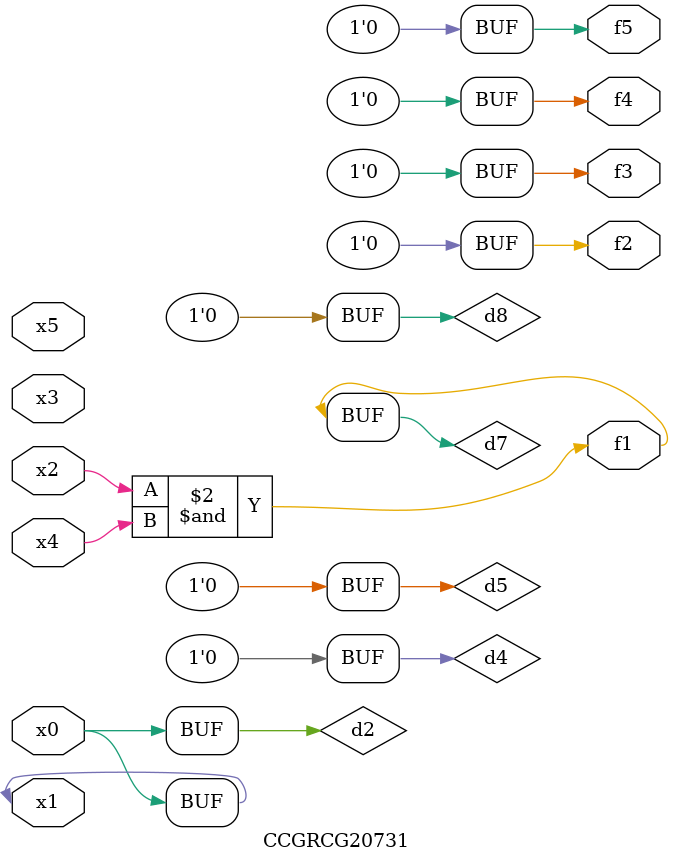
<source format=v>
module CCGRCG20731(
	input x0, x1, x2, x3, x4, x5,
	output f1, f2, f3, f4, f5
);

	wire d1, d2, d3, d4, d5, d6, d7, d8, d9;

	nand (d1, x1);
	buf (d2, x0, x1);
	nand (d3, x2, x4);
	and (d4, d1, d2);
	and (d5, d1, d2);
	nand (d6, d1, d3);
	not (d7, d3);
	xor (d8, d5);
	nor (d9, d5, d6);
	assign f1 = d7;
	assign f2 = d8;
	assign f3 = d8;
	assign f4 = d8;
	assign f5 = d8;
endmodule

</source>
